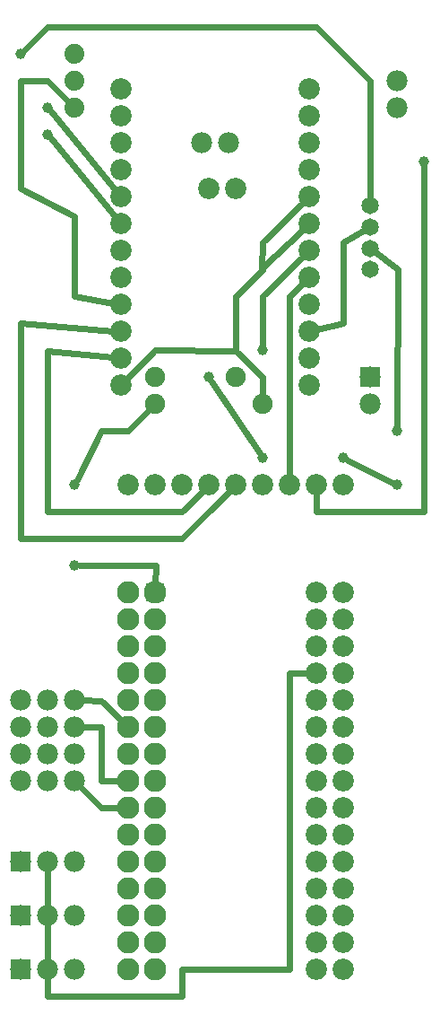
<source format=gbl>
G04 MADE WITH FRITZING*
G04 WWW.FRITZING.ORG*
G04 DOUBLE SIDED*
G04 HOLES PLATED*
G04 CONTOUR ON CENTER OF CONTOUR VECTOR*
%ASAXBY*%
%FSLAX23Y23*%
%MOIN*%
%OFA0B0*%
%SFA1.0B1.0*%
%ADD10C,0.079370*%
%ADD11C,0.078000*%
%ADD12C,0.083307*%
%ADD13C,0.039370*%
%ADD14C,0.074000*%
%ADD15C,0.075000*%
%ADD16C,0.065000*%
%ADD17C,0.070000*%
%ADD18R,0.078000X0.078000*%
%ADD19R,0.069972X0.070000*%
%ADD20C,0.024000*%
%LNCOPPER0*%
G90*
G70*
G54D10*
X1246Y1750D03*
X1246Y1650D03*
X1246Y1550D03*
X1246Y1450D03*
X1246Y1350D03*
X1246Y1250D03*
X1246Y1150D03*
X1246Y1050D03*
X1246Y950D03*
X1246Y850D03*
X1246Y750D03*
X1246Y650D03*
X1246Y550D03*
X1246Y450D03*
X1246Y350D03*
X1246Y1750D03*
X1246Y1650D03*
X1246Y1550D03*
X1246Y1450D03*
X1246Y1350D03*
X1246Y1250D03*
X1246Y1150D03*
X1246Y1050D03*
X1246Y950D03*
X1246Y850D03*
X1246Y750D03*
X1246Y650D03*
X1246Y550D03*
X1246Y450D03*
X1246Y350D03*
X1346Y350D03*
X1346Y450D03*
X1346Y550D03*
X1346Y650D03*
X1346Y750D03*
X1346Y850D03*
X1346Y950D03*
X1346Y1050D03*
X1346Y1150D03*
X1346Y1250D03*
X1346Y1350D03*
X1346Y1450D03*
X1346Y1550D03*
X1346Y1650D03*
X1346Y1750D03*
G54D11*
X1546Y3650D03*
X1546Y3550D03*
G54D12*
X546Y1750D03*
X546Y1650D03*
X546Y1550D03*
X546Y1450D03*
X546Y1350D03*
X546Y1250D03*
X546Y1150D03*
X546Y1050D03*
X546Y950D03*
X546Y850D03*
X546Y750D03*
X546Y650D03*
X546Y550D03*
X546Y450D03*
X546Y350D03*
X546Y1750D03*
X546Y1650D03*
X546Y1550D03*
X546Y1450D03*
X546Y1350D03*
X546Y1250D03*
X546Y1150D03*
X546Y1050D03*
X546Y950D03*
X546Y850D03*
X546Y750D03*
X546Y650D03*
X546Y550D03*
X546Y450D03*
X546Y350D03*
X646Y350D03*
X646Y450D03*
X646Y550D03*
X646Y650D03*
X646Y750D03*
X646Y850D03*
X646Y950D03*
X646Y1050D03*
X646Y1150D03*
X646Y1250D03*
X646Y1350D03*
X646Y1450D03*
X646Y1550D03*
X646Y1650D03*
X646Y1750D03*
G54D13*
X1646Y3350D03*
G54D14*
X346Y3550D03*
X346Y3650D03*
X346Y3750D03*
G54D13*
X246Y3550D03*
X146Y3750D03*
X246Y3450D03*
X346Y2150D03*
X1046Y2650D03*
G54D15*
X646Y2550D03*
X946Y2550D03*
X646Y2550D03*
X946Y2550D03*
X1046Y2450D03*
X646Y2450D03*
X1046Y2450D03*
X646Y2450D03*
G54D10*
X517Y3620D03*
X517Y3520D03*
X517Y3420D03*
X517Y3320D03*
X517Y3220D03*
X517Y3120D03*
X517Y3020D03*
X517Y2920D03*
X517Y2820D03*
X517Y2720D03*
X517Y2620D03*
X517Y2520D03*
X1217Y3620D03*
X1217Y3520D03*
X1217Y3420D03*
X1217Y3320D03*
X1217Y3220D03*
X1217Y3120D03*
X1217Y3020D03*
X1217Y2920D03*
X1217Y2820D03*
X1217Y2720D03*
X1217Y2620D03*
X1217Y2520D03*
G54D11*
X1446Y2550D03*
X1446Y2450D03*
G54D10*
X1346Y2150D03*
X1246Y2150D03*
X1146Y2150D03*
X1046Y2150D03*
X946Y2150D03*
X846Y2150D03*
X746Y2150D03*
X646Y2150D03*
X546Y2150D03*
G54D16*
X1446Y2950D03*
X1446Y3029D03*
X1446Y3108D03*
X1446Y3187D03*
G54D11*
X817Y3420D03*
X917Y3420D03*
G54D10*
X846Y3250D03*
X946Y3250D03*
X846Y3250D03*
X946Y3250D03*
G54D13*
X1346Y2250D03*
X1046Y2250D03*
X1546Y2150D03*
X846Y2550D03*
X346Y1850D03*
X1546Y2350D03*
G54D17*
X646Y1750D03*
X646Y1650D03*
X646Y1550D03*
X646Y1450D03*
X646Y1350D03*
X646Y1250D03*
X646Y1150D03*
X646Y1050D03*
X646Y950D03*
X646Y850D03*
X646Y750D03*
X646Y650D03*
X646Y550D03*
X646Y450D03*
X646Y350D03*
X1246Y1750D03*
X1246Y1650D03*
X1246Y1550D03*
X1246Y1450D03*
X1246Y1350D03*
X1246Y1250D03*
X1246Y1150D03*
X1246Y1050D03*
X1246Y950D03*
X1246Y850D03*
X1246Y750D03*
X1246Y650D03*
X1246Y550D03*
X1246Y450D03*
X1246Y350D03*
G54D11*
X146Y350D03*
X246Y350D03*
X346Y350D03*
X146Y550D03*
X246Y550D03*
X346Y550D03*
X146Y750D03*
X246Y750D03*
X346Y750D03*
X246Y1350D03*
X246Y1250D03*
X246Y1150D03*
X246Y1050D03*
X346Y1350D03*
X346Y1250D03*
X346Y1150D03*
X346Y1050D03*
X146Y1350D03*
X146Y1250D03*
X146Y1150D03*
X146Y1050D03*
G54D18*
X1446Y2550D03*
G54D19*
X646Y1750D03*
G54D18*
X146Y350D03*
X146Y550D03*
X146Y750D03*
G54D20*
X146Y3651D02*
X146Y3450D01*
D02*
X146Y3450D02*
X146Y3250D01*
D02*
X146Y3250D02*
X346Y3149D01*
D02*
X346Y3149D02*
X346Y2851D01*
D02*
X346Y2851D02*
X487Y2825D01*
D02*
X246Y3650D02*
X146Y3651D01*
D02*
X324Y3572D02*
X246Y3650D01*
D02*
X1245Y3850D02*
X1346Y3750D01*
D02*
X245Y3850D02*
X1245Y3850D01*
D02*
X1444Y3651D02*
X1445Y3210D01*
D02*
X1346Y3750D02*
X1444Y3651D01*
D02*
X159Y3764D02*
X245Y3850D01*
D02*
X1246Y2050D02*
X1246Y2120D01*
D02*
X1646Y2050D02*
X1246Y2050D01*
D02*
X1645Y2150D02*
X1646Y2050D01*
D02*
X1646Y3049D02*
X1645Y2150D01*
D02*
X1646Y3331D02*
X1646Y3049D01*
D02*
X258Y3536D02*
X498Y3244D01*
D02*
X258Y3436D02*
X498Y3144D01*
D02*
X146Y1950D02*
X146Y2751D01*
D02*
X146Y2751D02*
X487Y2722D01*
D02*
X846Y2050D02*
X745Y1951D01*
D02*
X745Y1951D02*
X146Y1950D01*
D02*
X924Y2128D02*
X846Y2050D01*
D02*
X246Y2050D02*
X246Y2649D01*
D02*
X746Y2050D02*
X246Y2050D01*
D02*
X246Y2649D02*
X487Y2623D01*
D02*
X824Y2128D02*
X746Y2050D01*
D02*
X1045Y2851D02*
X1195Y2998D01*
D02*
X1046Y2669D02*
X1045Y2851D01*
D02*
X945Y2851D02*
X1045Y2949D01*
D02*
X1045Y2949D02*
X1042Y2954D01*
D02*
X945Y2649D02*
X945Y2851D01*
D02*
X1042Y2954D02*
X1195Y3099D01*
D02*
X1045Y2550D02*
X945Y2649D01*
D02*
X1045Y2479D02*
X1045Y2550D01*
D02*
X1045Y3051D02*
X1195Y3198D01*
D02*
X1042Y2954D02*
X1045Y3051D01*
D02*
X646Y2650D02*
X539Y2542D01*
D02*
X945Y2649D02*
X646Y2650D01*
D02*
X1529Y2159D02*
X1363Y2242D01*
D02*
X856Y2535D02*
X1035Y2266D01*
D02*
X646Y1779D02*
X647Y1850D01*
D02*
X1547Y2950D02*
X1546Y2369D01*
D02*
X1464Y3015D02*
X1547Y2950D01*
D02*
X1145Y2851D02*
X1146Y2181D01*
D02*
X1195Y2899D02*
X1145Y2851D01*
D02*
X1344Y2750D02*
X1344Y3051D01*
D02*
X1344Y3051D02*
X1425Y3096D01*
D02*
X1247Y2727D02*
X1344Y2750D01*
D02*
X647Y1850D02*
X365Y1850D01*
D02*
X546Y2350D02*
X444Y2350D01*
D02*
X444Y2350D02*
X354Y2167D01*
D02*
X625Y2430D02*
X546Y2351D01*
D02*
X245Y250D02*
X745Y250D01*
D02*
X745Y250D02*
X745Y351D01*
D02*
X745Y351D02*
X1145Y351D01*
D02*
X1145Y351D02*
X1145Y1451D01*
D02*
X1145Y1451D02*
X1215Y1450D01*
D02*
X245Y320D02*
X245Y250D01*
D02*
X246Y520D02*
X246Y380D01*
D02*
X246Y720D02*
X246Y580D01*
D02*
X444Y950D02*
X513Y950D01*
D02*
X367Y1029D02*
X444Y950D01*
D02*
X444Y1051D02*
X444Y1251D01*
D02*
X444Y1251D02*
X376Y1250D01*
D02*
X513Y1051D02*
X444Y1051D01*
D02*
X444Y1349D02*
X522Y1273D01*
D02*
X376Y1350D02*
X444Y1349D01*
G04 End of Copper0*
M02*
</source>
